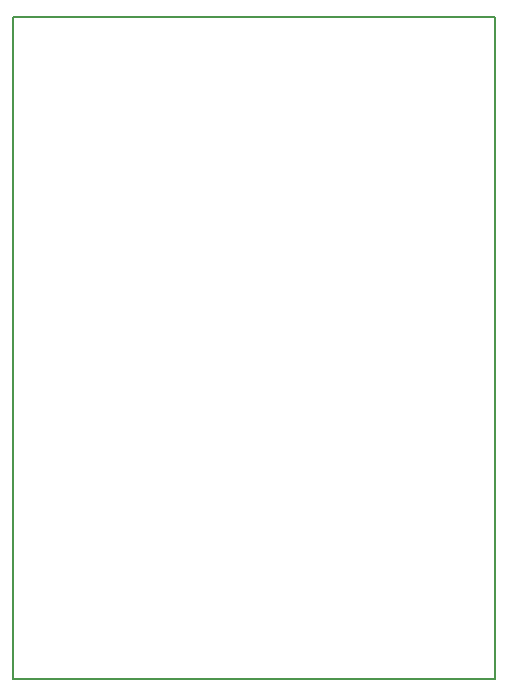
<source format=gm1>
G04 #@! TF.GenerationSoftware,KiCad,Pcbnew,5.0.2-bee76a0~70~ubuntu18.04.1*
G04 #@! TF.CreationDate,2020-07-21T15:58:49+05:30*
G04 #@! TF.ProjectId,switch_board_v1.1,73776974-6368-45f6-926f-6172645f7631,rev?*
G04 #@! TF.SameCoordinates,Original*
G04 #@! TF.FileFunction,Profile,NP*
%FSLAX46Y46*%
G04 Gerber Fmt 4.6, Leading zero omitted, Abs format (unit mm)*
G04 Created by KiCad (PCBNEW 5.0.2-bee76a0~70~ubuntu18.04.1) date Tue Jul 21 15:58:49 2020*
%MOMM*%
%LPD*%
G01*
G04 APERTURE LIST*
%ADD10C,0.150000*%
G04 APERTURE END LIST*
D10*
X131050000Y-112000000D02*
X131050000Y-56000000D01*
X90250000Y-112000000D02*
X131050000Y-112000000D01*
X90250000Y-56000000D02*
X90250000Y-112000000D01*
X131050000Y-56000000D02*
X90250000Y-56000000D01*
M02*

</source>
